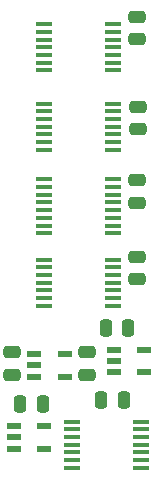
<source format=gtp>
%TF.GenerationSoftware,KiCad,Pcbnew,8.0.7*%
%TF.CreationDate,2025-01-17T14:44:14+02:00*%
%TF.ProjectId,Video Device RAM Select,56696465-6f20-4446-9576-696365205241,V0*%
%TF.SameCoordinates,Original*%
%TF.FileFunction,Paste,Top*%
%TF.FilePolarity,Positive*%
%FSLAX46Y46*%
G04 Gerber Fmt 4.6, Leading zero omitted, Abs format (unit mm)*
G04 Created by KiCad (PCBNEW 8.0.7) date 2025-01-17 14:44:14*
%MOMM*%
%LPD*%
G01*
G04 APERTURE LIST*
G04 Aperture macros list*
%AMRoundRect*
0 Rectangle with rounded corners*
0 $1 Rounding radius*
0 $2 $3 $4 $5 $6 $7 $8 $9 X,Y pos of 4 corners*
0 Add a 4 corners polygon primitive as box body*
4,1,4,$2,$3,$4,$5,$6,$7,$8,$9,$2,$3,0*
0 Add four circle primitives for the rounded corners*
1,1,$1+$1,$2,$3*
1,1,$1+$1,$4,$5*
1,1,$1+$1,$6,$7*
1,1,$1+$1,$8,$9*
0 Add four rect primitives between the rounded corners*
20,1,$1+$1,$2,$3,$4,$5,0*
20,1,$1+$1,$4,$5,$6,$7,0*
20,1,$1+$1,$6,$7,$8,$9,0*
20,1,$1+$1,$8,$9,$2,$3,0*%
G04 Aperture macros list end*
%ADD10RoundRect,0.250000X0.475000X-0.250000X0.475000X0.250000X-0.475000X0.250000X-0.475000X-0.250000X0*%
%ADD11R,1.475000X0.450000*%
%ADD12RoundRect,0.250000X-0.475000X0.250000X-0.475000X-0.250000X0.475000X-0.250000X0.475000X0.250000X0*%
%ADD13RoundRect,0.250000X0.250000X0.475000X-0.250000X0.475000X-0.250000X-0.475000X0.250000X-0.475000X0*%
%ADD14R,1.450000X0.450000*%
%ADD15R,1.250000X0.600000*%
%ADD16R,1.150000X0.600000*%
G04 APERTURE END LIST*
D10*
%TO.C,C9*%
X8382000Y-28747000D03*
X8382000Y-26847000D03*
%TD*%
D11*
%TO.C,IC8*%
X7095000Y-32721000D03*
X7095000Y-33371000D03*
X7095000Y-34021000D03*
X7095000Y-34671000D03*
X7095000Y-35321000D03*
X7095000Y-35971000D03*
X7095000Y-36621000D03*
X12971000Y-36621000D03*
X12971000Y-35971000D03*
X12971000Y-35321000D03*
X12971000Y-34671000D03*
X12971000Y-34021000D03*
X12971000Y-33371000D03*
X12971000Y-32721000D03*
%TD*%
D12*
%TO.C,C3*%
X12700000Y-6051000D03*
X12700000Y-7951000D03*
%TD*%
D13*
%TO.C,C6*%
X4617000Y-31242000D03*
X2717000Y-31242000D03*
%TD*%
D12*
%TO.C,C4*%
X12573000Y-18751000D03*
X12573000Y-20651000D03*
%TD*%
D11*
%TO.C,IC3*%
X4682000Y934000D03*
X4682000Y284000D03*
X4682000Y-366000D03*
X4682000Y-1016000D03*
X4682000Y-1666000D03*
X4682000Y-2316000D03*
X4682000Y-2966000D03*
X10558000Y-2966000D03*
X10558000Y-2316000D03*
X10558000Y-1666000D03*
X10558000Y-1016000D03*
X10558000Y-366000D03*
X10558000Y284000D03*
X10558000Y934000D03*
%TD*%
D14*
%TO.C,IC1*%
X4695000Y-12203000D03*
X4695000Y-12853000D03*
X4695000Y-13503000D03*
X4695000Y-14153000D03*
X4695000Y-14803000D03*
X4695000Y-15453000D03*
X4695000Y-16103000D03*
X4695000Y-16753000D03*
X10545000Y-16753000D03*
X10545000Y-16103000D03*
X10545000Y-15453000D03*
X10545000Y-14803000D03*
X10545000Y-14153000D03*
X10545000Y-13503000D03*
X10545000Y-12853000D03*
X10545000Y-12203000D03*
%TD*%
D15*
%TO.C,IC6*%
X2179000Y-33086000D03*
X2179000Y-34036000D03*
X2179000Y-34986000D03*
X4679000Y-34986000D03*
X4679000Y-33086000D03*
%TD*%
D13*
%TO.C,C7*%
X11475000Y-30861000D03*
X9575000Y-30861000D03*
%TD*%
%TO.C,C1*%
X11856000Y-24765000D03*
X9956000Y-24765000D03*
%TD*%
D10*
%TO.C,C8*%
X2032000Y-28747000D03*
X2032000Y-26847000D03*
%TD*%
D12*
%TO.C,C5*%
X12573000Y1569000D03*
X12573000Y-331000D03*
%TD*%
D16*
%TO.C,IC7*%
X3907000Y-26990000D03*
X3907000Y-27940000D03*
X3907000Y-28890000D03*
X6507000Y-28890000D03*
X6507000Y-26990000D03*
%TD*%
D12*
%TO.C,C2*%
X12573000Y-12274000D03*
X12573000Y-14174000D03*
%TD*%
D11*
%TO.C,IC5*%
X4682000Y-19005000D03*
X4682000Y-19655000D03*
X4682000Y-20305000D03*
X4682000Y-20955000D03*
X4682000Y-21605000D03*
X4682000Y-22255000D03*
X4682000Y-22905000D03*
X10558000Y-22905000D03*
X10558000Y-22255000D03*
X10558000Y-21605000D03*
X10558000Y-20955000D03*
X10558000Y-20305000D03*
X10558000Y-19655000D03*
X10558000Y-19005000D03*
%TD*%
D15*
%TO.C,IC2*%
X10688000Y-26609000D03*
X10688000Y-27559000D03*
X10688000Y-28509000D03*
X13188000Y-28509000D03*
X13188000Y-26609000D03*
%TD*%
D11*
%TO.C,IC4*%
X4682000Y-5797000D03*
X4682000Y-6447000D03*
X4682000Y-7097000D03*
X4682000Y-7747000D03*
X4682000Y-8397000D03*
X4682000Y-9047000D03*
X4682000Y-9697000D03*
X10558000Y-9697000D03*
X10558000Y-9047000D03*
X10558000Y-8397000D03*
X10558000Y-7747000D03*
X10558000Y-7097000D03*
X10558000Y-6447000D03*
X10558000Y-5797000D03*
%TD*%
M02*

</source>
